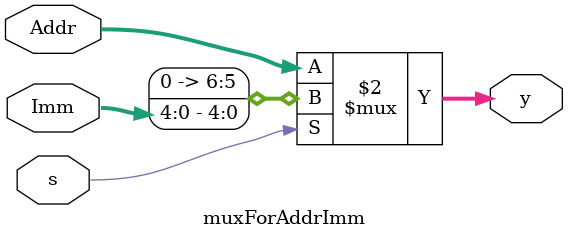
<source format=sv>
`timescale 1ns / 1ps

module muxForAddrImm(input logic [6:0] Addr,input logic [4:0] Imm,
input logic s,
output logic [6:0] y);

assign y = s ? Imm : Addr;
endmodule

</source>
